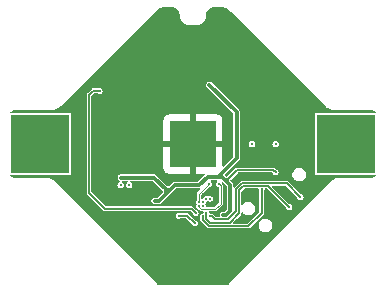
<source format=gbr>
%TF.GenerationSoftware,KiCad,Pcbnew,8.99.0-unknown-77b1d367df~178~ubuntu23.10.1*%
%TF.CreationDate,2024-10-31T14:46:16-04:00*%
%TF.ProjectId,nRF54L15_nPM2100_CR2032,6e524635-344c-4313-955f-6e504d323130,rev?*%
%TF.SameCoordinates,Original*%
%TF.FileFunction,Copper,L4,Bot*%
%TF.FilePolarity,Positive*%
%FSLAX46Y46*%
G04 Gerber Fmt 4.6, Leading zero omitted, Abs format (unit mm)*
G04 Created by KiCad (PCBNEW 8.99.0-unknown-77b1d367df~178~ubuntu23.10.1) date 2024-10-31 14:46:16*
%MOMM*%
%LPD*%
G01*
G04 APERTURE LIST*
%TA.AperFunction,SMDPad,CuDef*%
%ADD10R,5.000000X5.000000*%
%TD*%
%TA.AperFunction,SMDPad,CuDef*%
%ADD11R,4.000000X4.000000*%
%TD*%
%TA.AperFunction,ViaPad*%
%ADD12C,0.250000*%
%TD*%
%TA.AperFunction,ViaPad*%
%ADD13C,0.300000*%
%TD*%
%TA.AperFunction,ViaPad*%
%ADD14C,0.600000*%
%TD*%
%TA.AperFunction,Conductor*%
%ADD15C,0.150000*%
%TD*%
%TA.AperFunction,Conductor*%
%ADD16C,0.300000*%
%TD*%
%TA.AperFunction,Conductor*%
%ADD17C,0.100000*%
%TD*%
G04 APERTURE END LIST*
D10*
%TO.P,BT1,1,+*%
%TO.N,Net-(BT1-+)*%
X202950000Y-55000000D03*
X177050000Y-55000000D03*
D11*
%TO.P,BT1,2,-*%
%TO.N,GND*%
X190000000Y-55000000D03*
%TD*%
D12*
%TO.N,GND*%
X190270000Y-63570000D03*
X189860000Y-58113800D03*
X186870000Y-61660000D03*
X186760000Y-59183800D03*
D13*
X182100000Y-51510000D03*
D12*
X185800000Y-60788800D03*
X192670000Y-58650000D03*
X193930000Y-61520000D03*
X186040000Y-61783800D03*
X194560000Y-61330000D03*
X190270000Y-65370000D03*
X189130000Y-59673800D03*
X190870000Y-59260000D03*
X188440000Y-61713800D03*
X188650000Y-62950000D03*
X189130000Y-61713800D03*
X194440000Y-59080000D03*
X188160000Y-62370000D03*
X185360000Y-59908800D03*
X195380000Y-59370000D03*
X190530000Y-61130000D03*
D13*
X183662500Y-51950000D03*
D12*
X189860000Y-58813800D03*
D14*
X190000000Y-55000000D03*
D12*
X192530000Y-60363800D03*
X185320000Y-58513800D03*
X192050000Y-59590000D03*
X190530000Y-61430000D03*
X187730000Y-61703800D03*
X185360000Y-59468800D03*
%TO.N,Net-(U1-DECA)*%
X190150000Y-61720000D03*
X188780000Y-61073800D03*
D14*
%TO.N,Net-(BT1-+)*%
X177050000Y-55000000D03*
D13*
%TO.N,VDD*%
X190500000Y-58460000D03*
X186760000Y-59823800D03*
D12*
X197000000Y-57400000D03*
D13*
X183890000Y-57850000D03*
X184590000Y-57850000D03*
X192530000Y-61003800D03*
X191400000Y-50000000D03*
D12*
%TO.N,Net-(J1-SWDIO)*%
X191430000Y-61130000D03*
D13*
X199080000Y-59480000D03*
%TO.N,Net-(J1-SWCLK)*%
X198140000Y-60340000D03*
D12*
X191130000Y-60830000D03*
%TO.N,Net-(J1-~{RESET})*%
X195810000Y-58850000D03*
X190830803Y-61130000D03*
%TO.N,Net-(U1-P1.00)*%
X192192500Y-58363800D03*
X190530000Y-60230803D03*
%TO.N,Net-(U1-P1.01)*%
X190530000Y-59930000D03*
X191367500Y-58363800D03*
%TO.N,/SDA*%
X190830801Y-59929168D03*
D13*
X183890000Y-58490000D03*
D12*
%TO.N,/SCL*%
X190830801Y-60229970D03*
D13*
X184590000Y-58490000D03*
D12*
%TO.N,/UART_TX*%
X191130000Y-59630000D03*
D13*
X195000000Y-55000000D03*
%TO.N,/UART_RX*%
X197000000Y-55000000D03*
D12*
X191430803Y-59630000D03*
%TO.N,/LED*%
X190230000Y-60830000D03*
X182100000Y-50490000D03*
%TD*%
D15*
%TO.N,Net-(U1-DECA)*%
X189503800Y-61073800D02*
X188780000Y-61073800D01*
X190150000Y-61720000D02*
X189503800Y-61073800D01*
%TO.N,VDD*%
X197000000Y-57400000D02*
X196810000Y-57210000D01*
D16*
X192665000Y-57995000D02*
X192805000Y-58135000D01*
X187695000Y-58815000D02*
X187900000Y-59020000D01*
X190550000Y-58460000D02*
X191240000Y-57770000D01*
X187900000Y-59030000D02*
X188075000Y-58855000D01*
X191240000Y-57770000D02*
X192100000Y-57770000D01*
X187735000Y-58855000D02*
X188075000Y-58855000D01*
X193700000Y-56200000D02*
X192400000Y-57500000D01*
D15*
X192975000Y-57965000D02*
X192975000Y-58305000D01*
D16*
X186760000Y-59823800D02*
X187106200Y-59823800D01*
X192400000Y-57770000D02*
X192440000Y-57770000D01*
X187735000Y-59195000D02*
X187730000Y-59200000D01*
X187735000Y-58855000D02*
X187735000Y-59195000D01*
X183890000Y-57850000D02*
X184590000Y-57850000D01*
X190500000Y-58460000D02*
X190550000Y-58460000D01*
X192100000Y-57770000D02*
X192130000Y-57770000D01*
X192816200Y-61003800D02*
X192530000Y-61003800D01*
X192100000Y-57770000D02*
X192400000Y-57770000D01*
X187695000Y-58815000D02*
X187735000Y-58855000D01*
X192130000Y-57770000D02*
X192400000Y-57500000D01*
X187730000Y-59200000D02*
X187900000Y-59030000D01*
X188075000Y-58855000D02*
X188470000Y-58460000D01*
X193140000Y-58470000D02*
X193140000Y-60680000D01*
X187106200Y-59823800D02*
X187730000Y-59200000D01*
D15*
X193730000Y-57210000D02*
X192975000Y-57965000D01*
X192975000Y-58305000D02*
X192980000Y-58310000D01*
X192945000Y-57995000D02*
X192665000Y-57995000D01*
D16*
X188470000Y-58460000D02*
X190500000Y-58460000D01*
D15*
X196810000Y-57210000D02*
X193730000Y-57210000D01*
X192975000Y-57965000D02*
X192805000Y-58135000D01*
D16*
X187900000Y-59020000D02*
X187900000Y-59030000D01*
X192400000Y-57500000D02*
X192400000Y-57770000D01*
X193140000Y-60680000D02*
X192816200Y-61003800D01*
D15*
X192975000Y-57965000D02*
X192945000Y-57995000D01*
D16*
X191400000Y-50000000D02*
X193700000Y-52300000D01*
X192805000Y-58135000D02*
X192980000Y-58310000D01*
X192440000Y-57770000D02*
X192665000Y-57995000D01*
X184590000Y-57850000D02*
X186730000Y-57850000D01*
X186730000Y-57850000D02*
X187695000Y-58815000D01*
X193700000Y-52300000D02*
X193700000Y-56200000D01*
X192980000Y-58310000D02*
X193140000Y-58470000D01*
D15*
%TO.N,Net-(J1-SWDIO)*%
X191430000Y-61130000D02*
X191590000Y-61130000D01*
X191850000Y-61390000D02*
X192970000Y-61390000D01*
X197930000Y-58330000D02*
X199080000Y-59480000D01*
X194160000Y-58330000D02*
X197930000Y-58330000D01*
X193670000Y-58820000D02*
X194160000Y-58330000D01*
X193670000Y-60690000D02*
X193670000Y-58820000D01*
X191590000Y-61130000D02*
X191850000Y-61390000D01*
X192970000Y-61390000D02*
X193670000Y-60690000D01*
%TO.N,Net-(J1-SWCLK)*%
X191420000Y-61650000D02*
X191130000Y-61360000D01*
X193900000Y-60870000D02*
X193120000Y-61650000D01*
X198140000Y-60340000D02*
X196360000Y-58560000D01*
X196360000Y-58560000D02*
X194260000Y-58560000D01*
X194260000Y-58560000D02*
X193900000Y-58920000D01*
X193900000Y-58920000D02*
X193900000Y-60870000D01*
X191130000Y-61360000D02*
X191130000Y-60830000D01*
X193120000Y-61650000D02*
X191420000Y-61650000D01*
%TO.N,Net-(J1-~{RESET})*%
X191350000Y-61950000D02*
X194690000Y-61950000D01*
X190830803Y-61130000D02*
X190830803Y-61430803D01*
X194690000Y-61950000D02*
X195810000Y-60830000D01*
X195810000Y-60830000D02*
X195810000Y-58850000D01*
X190830803Y-61430803D02*
X191350000Y-61950000D01*
D17*
%TO.N,Net-(U1-P1.00)*%
X190530000Y-60350000D02*
X190660000Y-60480000D01*
X192340000Y-60040000D02*
X192340000Y-58511300D01*
X190530000Y-60230803D02*
X190530000Y-60350000D01*
X190660000Y-60480000D02*
X191900000Y-60480000D01*
X191900000Y-60480000D02*
X192340000Y-60040000D01*
X192340000Y-58511300D02*
X192192500Y-58363800D01*
%TO.N,Net-(U1-P1.01)*%
X190530000Y-59201300D02*
X191367500Y-58363800D01*
X190530000Y-59930000D02*
X190530000Y-59201300D01*
D15*
%TO.N,/LED*%
X181200000Y-50830000D02*
X181540000Y-50490000D01*
X181200000Y-59160000D02*
X181200000Y-50830000D01*
X182520000Y-60480000D02*
X181200000Y-59160000D01*
X190230000Y-60830000D02*
X189880000Y-60480000D01*
X181540000Y-50490000D02*
X182100000Y-50490000D01*
X189880000Y-60480000D02*
X182520000Y-60480000D01*
%TD*%
%TA.AperFunction,Conductor*%
%TO.N,GND*%
G36*
X195538507Y-58780513D02*
G01*
X195556520Y-58824000D01*
X195555338Y-58835998D01*
X195552553Y-58849998D01*
X195552553Y-58850001D01*
X195572149Y-58948520D01*
X195572150Y-58948521D01*
X195597102Y-58985865D01*
X195597135Y-58985913D01*
X195607500Y-59020081D01*
X195607500Y-60720648D01*
X195589487Y-60764135D01*
X194624135Y-61729487D01*
X194580648Y-61747500D01*
X193457352Y-61747500D01*
X193413865Y-61729487D01*
X193395852Y-61686000D01*
X193413865Y-61642513D01*
X193688528Y-61367850D01*
X194071672Y-60984707D01*
X194095367Y-60927500D01*
X194102500Y-60910280D01*
X194102500Y-60841317D01*
X194120513Y-60797830D01*
X194164000Y-60779817D01*
X194207487Y-60797830D01*
X194217259Y-60810565D01*
X194227814Y-60828847D01*
X194334312Y-60935345D01*
X194464744Y-61010650D01*
X194464748Y-61010651D01*
X194610221Y-61049631D01*
X194610223Y-61049631D01*
X194760834Y-61049631D01*
X194841266Y-61028079D01*
X194906312Y-61010650D01*
X195036744Y-60935345D01*
X195143242Y-60828847D01*
X195218547Y-60698415D01*
X195243277Y-60606122D01*
X195257528Y-60552938D01*
X195257528Y-60402323D01*
X195218548Y-60256851D01*
X195218547Y-60256847D01*
X195143242Y-60126415D01*
X195036744Y-60019917D01*
X194906312Y-59944612D01*
X194906309Y-59944611D01*
X194906307Y-59944610D01*
X194760835Y-59905631D01*
X194760833Y-59905631D01*
X194610223Y-59905631D01*
X194610221Y-59905631D01*
X194464748Y-59944610D01*
X194464744Y-59944612D01*
X194334313Y-60019916D01*
X194334308Y-60019920D01*
X194227817Y-60126411D01*
X194227809Y-60126421D01*
X194217260Y-60144694D01*
X194179917Y-60173348D01*
X194133250Y-60167204D01*
X194104596Y-60129861D01*
X194102500Y-60113944D01*
X194102500Y-59029352D01*
X194120513Y-58985865D01*
X194325865Y-58780513D01*
X194369352Y-58762500D01*
X195495020Y-58762500D01*
X195538507Y-58780513D01*
G37*
%TD.AperFunction*%
%TA.AperFunction,Conductor*%
G36*
X192536458Y-58260574D02*
G01*
X192545777Y-58268222D01*
X192582944Y-58305389D01*
X192757942Y-58480387D01*
X192757944Y-58480389D01*
X192810055Y-58532500D01*
X192844487Y-58566931D01*
X192862500Y-58610418D01*
X192862500Y-60539581D01*
X192844487Y-60583068D01*
X192719268Y-60708287D01*
X192675781Y-60726300D01*
X192481067Y-60726300D01*
X192448988Y-60737974D01*
X192443878Y-60739585D01*
X192422893Y-60745209D01*
X192422887Y-60745211D01*
X192416928Y-60748651D01*
X192407227Y-60753174D01*
X192389112Y-60759769D01*
X192389110Y-60759770D01*
X192374348Y-60772156D01*
X192365573Y-60778300D01*
X192359616Y-60781739D01*
X192359610Y-60781744D01*
X192344236Y-60797117D01*
X192340284Y-60800738D01*
X192314144Y-60822673D01*
X192314142Y-60822675D01*
X192307943Y-60833410D01*
X192307944Y-60833411D01*
X192303328Y-60841407D01*
X192303326Y-60841409D01*
X192265213Y-60907420D01*
X192265211Y-60907425D01*
X192259282Y-60941045D01*
X192258123Y-60946276D01*
X192252500Y-60967267D01*
X192252500Y-60974138D01*
X192251566Y-60984816D01*
X192248219Y-61003800D01*
X192251566Y-61022781D01*
X192252500Y-61033460D01*
X192252500Y-61040337D01*
X192258122Y-61061322D01*
X192259282Y-61066554D01*
X192265212Y-61100176D01*
X192266956Y-61104969D01*
X192264900Y-61151994D01*
X192230195Y-61183792D01*
X192209164Y-61187500D01*
X191959353Y-61187500D01*
X191915866Y-61169487D01*
X191704705Y-60958327D01*
X191630285Y-60927501D01*
X191630280Y-60927500D01*
X191630279Y-60927500D01*
X191600083Y-60927500D01*
X191565916Y-60917136D01*
X191528519Y-60892148D01*
X191434810Y-60873509D01*
X191395673Y-60847359D01*
X191386490Y-60825189D01*
X191367755Y-60730998D01*
X191376938Y-60684832D01*
X191416075Y-60658682D01*
X191428073Y-60657500D01*
X191935305Y-60657500D01*
X191935307Y-60657500D01*
X191981437Y-60638391D01*
X192000546Y-60630477D01*
X192490477Y-60140546D01*
X192504165Y-60107500D01*
X192517500Y-60075307D01*
X192517500Y-58475993D01*
X192511837Y-58462321D01*
X192490478Y-58410755D01*
X192464733Y-58385010D01*
X192447902Y-58353520D01*
X192441972Y-58323706D01*
X192451155Y-58277541D01*
X192490293Y-58251391D01*
X192536458Y-58260574D01*
G37*
%TD.AperFunction*%
%TA.AperFunction,Conductor*%
G36*
X192052136Y-58065513D02*
G01*
X192070149Y-58109000D01*
X192052136Y-58152487D01*
X192042818Y-58160134D01*
X192036304Y-58164487D01*
X192010456Y-58181757D01*
X191954649Y-58265279D01*
X191935053Y-58363798D01*
X191935053Y-58363801D01*
X191954649Y-58462320D01*
X191973144Y-58490000D01*
X192010457Y-58545843D01*
X192093978Y-58601649D01*
X192093979Y-58601650D01*
X192112998Y-58605433D01*
X192152135Y-58631582D01*
X192162500Y-58665751D01*
X192162500Y-59941003D01*
X192144487Y-59984490D01*
X191844490Y-60284487D01*
X191801003Y-60302500D01*
X191148759Y-60302500D01*
X191105272Y-60284487D01*
X191087259Y-60241000D01*
X191088248Y-60230954D01*
X191088248Y-60229968D01*
X191068652Y-60131451D01*
X191065287Y-60126415D01*
X191056815Y-60113736D01*
X191047632Y-60067572D01*
X191056814Y-60045403D01*
X191068651Y-60027689D01*
X191070197Y-60019920D01*
X191087152Y-59934678D01*
X191113302Y-59895541D01*
X191135471Y-59886358D01*
X191194532Y-59874610D01*
X191228517Y-59867851D01*
X191228517Y-59867850D01*
X191228521Y-59867850D01*
X191246233Y-59856014D01*
X191292397Y-59846830D01*
X191314570Y-59856015D01*
X191332282Y-59867850D01*
X191430802Y-59887447D01*
X191430803Y-59887447D01*
X191430804Y-59887447D01*
X191480063Y-59877648D01*
X191529324Y-59867850D01*
X191612846Y-59812043D01*
X191668653Y-59728521D01*
X191683593Y-59653411D01*
X191688250Y-59630001D01*
X191688250Y-59629998D01*
X191668653Y-59531479D01*
X191666520Y-59528287D01*
X191612846Y-59447957D01*
X191529324Y-59392150D01*
X191529323Y-59392149D01*
X191430804Y-59372553D01*
X191430802Y-59372553D01*
X191332282Y-59392149D01*
X191332280Y-59392150D01*
X191314567Y-59403985D01*
X191268401Y-59413167D01*
X191246234Y-59403985D01*
X191236487Y-59397472D01*
X191228521Y-59392150D01*
X191228520Y-59392149D01*
X191228519Y-59392149D01*
X191130001Y-59372553D01*
X191129999Y-59372553D01*
X191031479Y-59392149D01*
X190947957Y-59447957D01*
X190892149Y-59531479D01*
X190873648Y-59624489D01*
X190847497Y-59663627D01*
X190825327Y-59672809D01*
X190780997Y-59681626D01*
X190734832Y-59672443D01*
X190708682Y-59633305D01*
X190707500Y-59621308D01*
X190707500Y-59300296D01*
X190725512Y-59256810D01*
X191346289Y-58636032D01*
X191377776Y-58619203D01*
X191421941Y-58610418D01*
X191466021Y-58601650D01*
X191549543Y-58545843D01*
X191605350Y-58462321D01*
X191615607Y-58410754D01*
X191624947Y-58363801D01*
X191624947Y-58363798D01*
X191605350Y-58265279D01*
X191549543Y-58181757D01*
X191548847Y-58181292D01*
X191517183Y-58160135D01*
X191491033Y-58120998D01*
X191500215Y-58074833D01*
X191539353Y-58048682D01*
X191551351Y-58047500D01*
X192008649Y-58047500D01*
X192052136Y-58065513D01*
G37*
%TD.AperFunction*%
%TA.AperFunction,Conductor*%
G36*
X188253435Y-43420780D02*
G01*
X188381632Y-43435224D01*
X188395058Y-43438288D01*
X188421480Y-43447533D01*
X188513558Y-43479753D01*
X188525954Y-43485722D01*
X188632259Y-43552517D01*
X188643026Y-43561104D01*
X188731795Y-43649872D01*
X188740381Y-43660639D01*
X188807170Y-43766931D01*
X188813145Y-43779337D01*
X188815804Y-43786936D01*
X188854609Y-43897835D01*
X188857673Y-43911260D01*
X188872113Y-44039396D01*
X188872500Y-44046283D01*
X188872500Y-44136429D01*
X188906220Y-44305950D01*
X188906222Y-44305958D01*
X188972370Y-44465654D01*
X188972374Y-44465661D01*
X189068395Y-44609367D01*
X189068400Y-44609373D01*
X189190626Y-44731599D01*
X189190632Y-44731604D01*
X189334338Y-44827625D01*
X189334345Y-44827629D01*
X189334348Y-44827631D01*
X189494043Y-44893778D01*
X189663570Y-44927499D01*
X189663571Y-44927500D01*
X189663574Y-44927500D01*
X190336429Y-44927500D01*
X190336429Y-44927499D01*
X190505957Y-44893778D01*
X190665652Y-44827631D01*
X190809374Y-44731599D01*
X190931599Y-44609374D01*
X191027631Y-44465652D01*
X191093778Y-44305957D01*
X191127499Y-44136429D01*
X191127500Y-44136429D01*
X191127500Y-44046343D01*
X191127887Y-44039457D01*
X191129978Y-44020899D01*
X191142332Y-43911258D01*
X191145393Y-43897844D01*
X191186864Y-43779333D01*
X191192833Y-43766939D01*
X191259628Y-43660637D01*
X191268205Y-43649881D01*
X191356984Y-43561104D01*
X191367740Y-43552525D01*
X191474054Y-43485725D01*
X191486440Y-43479760D01*
X191604943Y-43438294D01*
X191618369Y-43435231D01*
X191746630Y-43420780D01*
X191753516Y-43420393D01*
X191779101Y-43420393D01*
X192435366Y-43420393D01*
X192435368Y-43420394D01*
X192462047Y-43420393D01*
X192466871Y-43420582D01*
X192596133Y-43430752D01*
X192605658Y-43432261D01*
X192729376Y-43461964D01*
X192738542Y-43464942D01*
X192856092Y-43513639D01*
X192864687Y-43518019D01*
X192973156Y-43584499D01*
X192980965Y-43590173D01*
X193079861Y-43674655D01*
X193083407Y-43677934D01*
X193107505Y-43702038D01*
X193107536Y-43702062D01*
X201224906Y-51819432D01*
X201225116Y-51819603D01*
X201265494Y-51859986D01*
X201371073Y-51936703D01*
X201409054Y-51964302D01*
X201409066Y-51964310D01*
X201409068Y-51964311D01*
X201409073Y-51964314D01*
X201567194Y-52044888D01*
X201567198Y-52044889D01*
X201735977Y-52099734D01*
X201911264Y-52127499D01*
X201962404Y-52127499D01*
X201962408Y-52127500D01*
X201974639Y-52127500D01*
X202000000Y-52127500D01*
X202029101Y-52127500D01*
X204970899Y-52127500D01*
X204996977Y-52127500D01*
X205003005Y-52127796D01*
X205164190Y-52143671D01*
X205176010Y-52146022D01*
X205328098Y-52192157D01*
X205339229Y-52196768D01*
X205428898Y-52244697D01*
X205451469Y-52256762D01*
X205481330Y-52293148D01*
X205476716Y-52339991D01*
X205440330Y-52369852D01*
X205422478Y-52372500D01*
X200437441Y-52372500D01*
X200400252Y-52379898D01*
X200358078Y-52408078D01*
X200329898Y-52450252D01*
X200326399Y-52467844D01*
X200322500Y-52487442D01*
X200322500Y-57512558D01*
X200329898Y-57549748D01*
X200358078Y-57591922D01*
X200400252Y-57620102D01*
X200431270Y-57626272D01*
X200437441Y-57627500D01*
X205422478Y-57627500D01*
X205465965Y-57645513D01*
X205483978Y-57689000D01*
X205465965Y-57732487D01*
X205451469Y-57743238D01*
X205339233Y-57803229D01*
X205328094Y-57807843D01*
X205176012Y-57853976D01*
X205164188Y-57856328D01*
X205003005Y-57872204D01*
X204996977Y-57872500D01*
X202383067Y-57872500D01*
X202382676Y-57872537D01*
X202325474Y-57872537D01*
X202150201Y-57900293D01*
X201981416Y-57955127D01*
X201981409Y-57955130D01*
X201823290Y-58035685D01*
X201679708Y-58139989D01*
X201679699Y-58139996D01*
X201638397Y-58181292D01*
X201638373Y-58181313D01*
X201618282Y-58201406D01*
X201618281Y-58201407D01*
X201616958Y-58202730D01*
X201598715Y-58220968D01*
X201592880Y-58226803D01*
X201592865Y-58226821D01*
X193223314Y-66596373D01*
X193223310Y-66596375D01*
X193220754Y-66598932D01*
X193220731Y-66598941D01*
X193139982Y-66679693D01*
X193035669Y-66823272D01*
X193035667Y-66823275D01*
X192988209Y-66916420D01*
X192952417Y-66946990D01*
X192933412Y-66950000D01*
X187066557Y-66950000D01*
X187023070Y-66931987D01*
X187011759Y-66916417D01*
X186964316Y-66823292D01*
X186955332Y-66810925D01*
X186860010Y-66679707D01*
X186838292Y-66657986D01*
X186821108Y-66640799D01*
X186821096Y-66640784D01*
X186794932Y-66614620D01*
X186772563Y-66592246D01*
X186772534Y-66592222D01*
X181254110Y-61073798D01*
X188522553Y-61073798D01*
X188522553Y-61073801D01*
X188542149Y-61172320D01*
X188552292Y-61187500D01*
X188597957Y-61255843D01*
X188664165Y-61300081D01*
X188681479Y-61311650D01*
X188779999Y-61331247D01*
X188780000Y-61331247D01*
X188780001Y-61331247D01*
X188812840Y-61324714D01*
X188878521Y-61311650D01*
X188915916Y-61286664D01*
X188950083Y-61276300D01*
X189394448Y-61276300D01*
X189437935Y-61294313D01*
X189886544Y-61742923D01*
X189903375Y-61774410D01*
X189912150Y-61818522D01*
X189925943Y-61839164D01*
X189967957Y-61902043D01*
X190051479Y-61957850D01*
X190149999Y-61977447D01*
X190150000Y-61977447D01*
X190150001Y-61977447D01*
X190199260Y-61967648D01*
X190248521Y-61957850D01*
X190332043Y-61902043D01*
X190387850Y-61818521D01*
X190407447Y-61720000D01*
X190402213Y-61693688D01*
X190387850Y-61621479D01*
X190332043Y-61537957D01*
X190290282Y-61510053D01*
X190248522Y-61482150D01*
X190204410Y-61473375D01*
X190172923Y-61456544D01*
X189618505Y-60902127D01*
X189544085Y-60871301D01*
X189544080Y-60871300D01*
X189544079Y-60871300D01*
X188950083Y-60871300D01*
X188915916Y-60860936D01*
X188886553Y-60841317D01*
X188878521Y-60835950D01*
X188878520Y-60835949D01*
X188878519Y-60835949D01*
X188780001Y-60816353D01*
X188779999Y-60816353D01*
X188681479Y-60835949D01*
X188597957Y-60891757D01*
X188542149Y-60975279D01*
X188522553Y-61073798D01*
X181254110Y-61073798D01*
X178412277Y-58231965D01*
X178412273Y-58231959D01*
X178401068Y-58220754D01*
X178401058Y-58220731D01*
X178320306Y-58139982D01*
X178240004Y-58081641D01*
X178176728Y-58035669D01*
X178176725Y-58035667D01*
X178018593Y-57955098D01*
X177849811Y-57900260D01*
X177719737Y-57879660D01*
X177674521Y-57872499D01*
X177674520Y-57872499D01*
X177585784Y-57872500D01*
X175003023Y-57872500D01*
X174996995Y-57872204D01*
X174835811Y-57856328D01*
X174823987Y-57853976D01*
X174671905Y-57807843D01*
X174660766Y-57803229D01*
X174548531Y-57743238D01*
X174518670Y-57706852D01*
X174523284Y-57660009D01*
X174559670Y-57630148D01*
X174577522Y-57627500D01*
X179562559Y-57627500D01*
X179567851Y-57626447D01*
X179599748Y-57620102D01*
X179641922Y-57591922D01*
X179670102Y-57549748D01*
X179677500Y-57512558D01*
X179677500Y-52487442D01*
X179670102Y-52450252D01*
X179641922Y-52408078D01*
X179599748Y-52379898D01*
X179581153Y-52376199D01*
X179562559Y-52372500D01*
X179562558Y-52372500D01*
X174577522Y-52372500D01*
X174534035Y-52354487D01*
X174516022Y-52311000D01*
X174534035Y-52267513D01*
X174548531Y-52256762D01*
X174558942Y-52251196D01*
X174660773Y-52196766D01*
X174671897Y-52192159D01*
X174823991Y-52146022D01*
X174835807Y-52143671D01*
X174996995Y-52127796D01*
X175003023Y-52127500D01*
X175029101Y-52127500D01*
X177963739Y-52127500D01*
X177963773Y-52127503D01*
X177970910Y-52127502D01*
X177970912Y-52127503D01*
X178000013Y-52127500D01*
X178025361Y-52127500D01*
X178031714Y-52127500D01*
X178031902Y-52127479D01*
X178088744Y-52127476D01*
X178264020Y-52099706D01*
X178432797Y-52044866D01*
X178590920Y-51964307D01*
X178734500Y-51860011D01*
X178774665Y-51819854D01*
X178774691Y-51819834D01*
X178779328Y-51815196D01*
X178779330Y-51815196D01*
X178797290Y-51797236D01*
X178817831Y-51776701D01*
X178817831Y-51776700D01*
X178823206Y-51771327D01*
X178823234Y-51771290D01*
X179804804Y-50789720D01*
X180997500Y-50789720D01*
X180997500Y-59200279D01*
X180997501Y-59200285D01*
X181028327Y-59274705D01*
X182405294Y-60651672D01*
X182479714Y-60682498D01*
X182479717Y-60682499D01*
X182479720Y-60682500D01*
X189770648Y-60682500D01*
X189814134Y-60700512D01*
X189891921Y-60778300D01*
X189966544Y-60852923D01*
X189983375Y-60884410D01*
X189992150Y-60928522D01*
X190012067Y-60958329D01*
X190047957Y-61012043D01*
X190121709Y-61061322D01*
X190131479Y-61067850D01*
X190229999Y-61087447D01*
X190230000Y-61087447D01*
X190230001Y-61087447D01*
X190298618Y-61073798D01*
X190328521Y-61067850D01*
X190412043Y-61012043D01*
X190467850Y-60928521D01*
X190480586Y-60864492D01*
X190487447Y-60830001D01*
X190487447Y-60829998D01*
X190467850Y-60731479D01*
X190426913Y-60670212D01*
X190421437Y-60642686D01*
X190389787Y-60633086D01*
X190328522Y-60592150D01*
X190284410Y-60583375D01*
X190252923Y-60566544D01*
X189994705Y-60308327D01*
X189920285Y-60277501D01*
X189920280Y-60277500D01*
X189920279Y-60277500D01*
X182629352Y-60277500D01*
X182585865Y-60259487D01*
X181420513Y-59094135D01*
X181402500Y-59050648D01*
X181402500Y-57849999D01*
X183608219Y-57849999D01*
X183611566Y-57868981D01*
X183612500Y-57879660D01*
X183612500Y-57886537D01*
X183618122Y-57907522D01*
X183619282Y-57912754D01*
X183625211Y-57946374D01*
X183625212Y-57946376D01*
X183674143Y-58031125D01*
X183700285Y-58053061D01*
X183704240Y-58056685D01*
X183719611Y-58072056D01*
X183719614Y-58072058D01*
X183719617Y-58072060D01*
X183725563Y-58075493D01*
X183734344Y-58081641D01*
X183749107Y-58094028D01*
X183749109Y-58094030D01*
X183767226Y-58100623D01*
X183776935Y-58105151D01*
X183782889Y-58108589D01*
X183792428Y-58111145D01*
X183829771Y-58139797D01*
X183835917Y-58186464D01*
X183807264Y-58223808D01*
X183797547Y-58228340D01*
X183749111Y-58245969D01*
X183674140Y-58308877D01*
X183625213Y-58393621D01*
X183625213Y-58393622D01*
X183625212Y-58393623D01*
X183625212Y-58393625D01*
X183608219Y-58490000D01*
X183625212Y-58586375D01*
X183625212Y-58586376D01*
X183625213Y-58586377D01*
X183625213Y-58586378D01*
X183674141Y-58671123D01*
X183674142Y-58671124D01*
X183674143Y-58671125D01*
X183749109Y-58734030D01*
X183841069Y-58767500D01*
X183938931Y-58767500D01*
X184030891Y-58734030D01*
X184105857Y-58671125D01*
X184154788Y-58586375D01*
X184171781Y-58490000D01*
X184154788Y-58393625D01*
X184137569Y-58363801D01*
X184105858Y-58308876D01*
X184105857Y-58308875D01*
X184030889Y-58245968D01*
X184026231Y-58243279D01*
X184027297Y-58241430D01*
X183998444Y-58214993D01*
X183996389Y-58167968D01*
X184028188Y-58133263D01*
X184054181Y-58127500D01*
X184425820Y-58127500D01*
X184469307Y-58145513D01*
X184487320Y-58189000D01*
X184469307Y-58232487D01*
X184453392Y-58242625D01*
X184453770Y-58243279D01*
X184449114Y-58245966D01*
X184374140Y-58308877D01*
X184325213Y-58393621D01*
X184325213Y-58393622D01*
X184325212Y-58393623D01*
X184325212Y-58393625D01*
X184308219Y-58490000D01*
X184325212Y-58586375D01*
X184325212Y-58586376D01*
X184325213Y-58586377D01*
X184325213Y-58586378D01*
X184374141Y-58671123D01*
X184374142Y-58671124D01*
X184374143Y-58671125D01*
X184449109Y-58734030D01*
X184541069Y-58767500D01*
X184638931Y-58767500D01*
X184730891Y-58734030D01*
X184805857Y-58671125D01*
X184854788Y-58586375D01*
X184871781Y-58490000D01*
X184854788Y-58393625D01*
X184837569Y-58363801D01*
X184805858Y-58308876D01*
X184805857Y-58308875D01*
X184730889Y-58245968D01*
X184726231Y-58243279D01*
X184727297Y-58241430D01*
X184698444Y-58214993D01*
X184696389Y-58167968D01*
X184728188Y-58133263D01*
X184754181Y-58127500D01*
X186589581Y-58127500D01*
X186633068Y-58145513D01*
X187439487Y-58951932D01*
X187457500Y-58995419D01*
X187457500Y-59054581D01*
X187439487Y-59098068D01*
X187009268Y-59528287D01*
X186965781Y-59546300D01*
X186711067Y-59546300D01*
X186678988Y-59557974D01*
X186673878Y-59559585D01*
X186652893Y-59565209D01*
X186652887Y-59565211D01*
X186646928Y-59568651D01*
X186637227Y-59573174D01*
X186619112Y-59579769D01*
X186619110Y-59579770D01*
X186604348Y-59592156D01*
X186595573Y-59598300D01*
X186589616Y-59601739D01*
X186589610Y-59601744D01*
X186574236Y-59617117D01*
X186570284Y-59620738D01*
X186544144Y-59642673D01*
X186544142Y-59642675D01*
X186537943Y-59653410D01*
X186537944Y-59653411D01*
X186533328Y-59661407D01*
X186533326Y-59661409D01*
X186495213Y-59727420D01*
X186495211Y-59727425D01*
X186489282Y-59761045D01*
X186488123Y-59766276D01*
X186482500Y-59787267D01*
X186482500Y-59794138D01*
X186481566Y-59804816D01*
X186478219Y-59823799D01*
X186481566Y-59842781D01*
X186482500Y-59853460D01*
X186482500Y-59860337D01*
X186488122Y-59881322D01*
X186489282Y-59886554D01*
X186495211Y-59920172D01*
X186495212Y-59920176D01*
X186501408Y-59930905D01*
X186501409Y-59930911D01*
X186501411Y-59930911D01*
X186537229Y-59992952D01*
X186544142Y-60004925D01*
X186570285Y-60026861D01*
X186574241Y-60030486D01*
X186589611Y-60045856D01*
X186589614Y-60045858D01*
X186589617Y-60045860D01*
X186595563Y-60049293D01*
X186604344Y-60055441D01*
X186619107Y-60067828D01*
X186619109Y-60067830D01*
X186637226Y-60074423D01*
X186646935Y-60078951D01*
X186652889Y-60082389D01*
X186673892Y-60088016D01*
X186678988Y-60089623D01*
X186711069Y-60101300D01*
X186723466Y-60101300D01*
X187065887Y-60101300D01*
X187065903Y-60101301D01*
X187069666Y-60101301D01*
X187142735Y-60101301D01*
X187192330Y-60088011D01*
X187213311Y-60082389D01*
X187276589Y-60045856D01*
X187895325Y-59427117D01*
X187895330Y-59427114D01*
X187900387Y-59422056D01*
X187900389Y-59422056D01*
X188066883Y-59255560D01*
X188066890Y-59255555D01*
X188086476Y-59235969D01*
X188241883Y-59080560D01*
X188241890Y-59080555D01*
X188566931Y-58755513D01*
X188610418Y-58737500D01*
X190451069Y-58737500D01*
X190463466Y-58737500D01*
X190509687Y-58737500D01*
X190509703Y-58737501D01*
X190513466Y-58737501D01*
X190586528Y-58737501D01*
X190586534Y-58737501D01*
X190586539Y-58737499D01*
X190586831Y-58737461D01*
X190586980Y-58737501D01*
X190590565Y-58737501D01*
X190590565Y-58738460D01*
X190632299Y-58749637D01*
X190655840Y-58790398D01*
X190643664Y-58835866D01*
X190638354Y-58841921D01*
X190379522Y-59100754D01*
X190374841Y-59112056D01*
X190374841Y-59112058D01*
X190352500Y-59165989D01*
X190352500Y-59722501D01*
X190342136Y-59756668D01*
X190292149Y-59831480D01*
X190272553Y-59929998D01*
X190272553Y-59930001D01*
X190292149Y-60028519D01*
X190303985Y-60046234D01*
X190313167Y-60092400D01*
X190303985Y-60114567D01*
X190292150Y-60132280D01*
X190292149Y-60132282D01*
X190272553Y-60230801D01*
X190272553Y-60230804D01*
X190292149Y-60329323D01*
X190292150Y-60329324D01*
X190347957Y-60412846D01*
X190354499Y-60417217D01*
X190377149Y-60444816D01*
X190379523Y-60450546D01*
X190450101Y-60521123D01*
X190467441Y-60538463D01*
X190483421Y-60577043D01*
X190490046Y-60575726D01*
X190521535Y-60592557D01*
X190559455Y-60630477D01*
X190588930Y-60642686D01*
X190624690Y-60657499D01*
X190624691Y-60657499D01*
X190624693Y-60657500D01*
X190831927Y-60657500D01*
X190875414Y-60675513D01*
X190893427Y-60719000D01*
X190892245Y-60730998D01*
X190873476Y-60825355D01*
X190847325Y-60864492D01*
X190825156Y-60873675D01*
X190732282Y-60892149D01*
X190648760Y-60947957D01*
X190592952Y-61031479D01*
X190573356Y-61129998D01*
X190573356Y-61130001D01*
X190592952Y-61228520D01*
X190592953Y-61228521D01*
X190611208Y-61255842D01*
X190617938Y-61265913D01*
X190628303Y-61300081D01*
X190628303Y-61471082D01*
X190628304Y-61471088D01*
X190659130Y-61545508D01*
X191235294Y-62121672D01*
X191309714Y-62152498D01*
X191309717Y-62152499D01*
X191309720Y-62152500D01*
X191309721Y-62152500D01*
X194730279Y-62152500D01*
X194730280Y-62152500D01*
X194730285Y-62152498D01*
X194804705Y-62121672D01*
X194804705Y-62121671D01*
X194804707Y-62121671D01*
X195087214Y-61839164D01*
X195550369Y-61839164D01*
X195550369Y-61989779D01*
X195589348Y-62135251D01*
X195589349Y-62135253D01*
X195589350Y-62135256D01*
X195664655Y-62265688D01*
X195771153Y-62372186D01*
X195901585Y-62447491D01*
X195901589Y-62447492D01*
X196047062Y-62486472D01*
X196047064Y-62486472D01*
X196197675Y-62486472D01*
X196261817Y-62469284D01*
X196343153Y-62447491D01*
X196473585Y-62372186D01*
X196580083Y-62265688D01*
X196655388Y-62135256D01*
X196670513Y-62078808D01*
X196694369Y-61989779D01*
X196694369Y-61839164D01*
X196655389Y-61693692D01*
X196655388Y-61693688D01*
X196580083Y-61563256D01*
X196473585Y-61456758D01*
X196343153Y-61381453D01*
X196343150Y-61381452D01*
X196343148Y-61381451D01*
X196197676Y-61342472D01*
X196197674Y-61342472D01*
X196047064Y-61342472D01*
X196047062Y-61342472D01*
X195901589Y-61381451D01*
X195901585Y-61381453D01*
X195771154Y-61456757D01*
X195771149Y-61456761D01*
X195664658Y-61563252D01*
X195664654Y-61563257D01*
X195589350Y-61693688D01*
X195589348Y-61693692D01*
X195550369Y-61839164D01*
X195087214Y-61839164D01*
X195981671Y-60944707D01*
X195988799Y-60927500D01*
X196012498Y-60870285D01*
X196012500Y-60870279D01*
X196012500Y-59020081D01*
X196022865Y-58985913D01*
X196047850Y-58948521D01*
X196067447Y-58850000D01*
X196064662Y-58835998D01*
X196073844Y-58789833D01*
X196112982Y-58763682D01*
X196124980Y-58762500D01*
X196250648Y-58762500D01*
X196294135Y-58780513D01*
X197845491Y-60331869D01*
X197862569Y-60364675D01*
X197875212Y-60436375D01*
X197875212Y-60436376D01*
X197875213Y-60436377D01*
X197875213Y-60436378D01*
X197924141Y-60521123D01*
X197924142Y-60521124D01*
X197924143Y-60521125D01*
X197999109Y-60584030D01*
X198091069Y-60617500D01*
X198188931Y-60617500D01*
X198280891Y-60584030D01*
X198355857Y-60521125D01*
X198404788Y-60436375D01*
X198421781Y-60340000D01*
X198404788Y-60243625D01*
X198404786Y-60243621D01*
X198355858Y-60158876D01*
X198355857Y-60158875D01*
X198280890Y-60095969D01*
X198188931Y-60062500D01*
X198174352Y-60062500D01*
X198130865Y-60044487D01*
X196723865Y-58637487D01*
X196705852Y-58594000D01*
X196723865Y-58550513D01*
X196767352Y-58532500D01*
X197820648Y-58532500D01*
X197864135Y-58550513D01*
X198785491Y-59471870D01*
X198802569Y-59504676D01*
X198815212Y-59576375D01*
X198815212Y-59576376D01*
X198815213Y-59576377D01*
X198815213Y-59576378D01*
X198864141Y-59661123D01*
X198864142Y-59661124D01*
X198864143Y-59661125D01*
X198939109Y-59724030D01*
X199031069Y-59757500D01*
X199128931Y-59757500D01*
X199220891Y-59724030D01*
X199295857Y-59661125D01*
X199344788Y-59576375D01*
X199361781Y-59480000D01*
X199344788Y-59383625D01*
X199338396Y-59372553D01*
X199295858Y-59298876D01*
X199295857Y-59298875D01*
X199220890Y-59235969D01*
X199128931Y-59202500D01*
X199114353Y-59202500D01*
X199070866Y-59184487D01*
X198044705Y-58158327D01*
X197970285Y-58127501D01*
X197970280Y-58127500D01*
X194119720Y-58127500D01*
X194119719Y-58127500D01*
X194105648Y-58133329D01*
X194045293Y-58158327D01*
X193555293Y-58648329D01*
X193522487Y-58681135D01*
X193479000Y-58699148D01*
X193435513Y-58681135D01*
X193417500Y-58637648D01*
X193417500Y-58433463D01*
X193398590Y-58362893D01*
X193398589Y-58362889D01*
X193362056Y-58299611D01*
X193310389Y-58247944D01*
X193310387Y-58247942D01*
X193195513Y-58133068D01*
X193177500Y-58089581D01*
X193177500Y-58074352D01*
X193195513Y-58030865D01*
X193795865Y-57430513D01*
X193839352Y-57412500D01*
X196694567Y-57412500D01*
X196738054Y-57430513D01*
X196754885Y-57462000D01*
X196762150Y-57498522D01*
X196784623Y-57532155D01*
X196817957Y-57582043D01*
X196886658Y-57627947D01*
X196901479Y-57637850D01*
X196999999Y-57657447D01*
X197000000Y-57657447D01*
X197000001Y-57657447D01*
X197059996Y-57645513D01*
X197098521Y-57637850D01*
X197182043Y-57582043D01*
X197217725Y-57528641D01*
X198424051Y-57528641D01*
X198424051Y-57679256D01*
X198463030Y-57824728D01*
X198463031Y-57824730D01*
X198463032Y-57824733D01*
X198538337Y-57955165D01*
X198644835Y-58061663D01*
X198775267Y-58136968D01*
X198775271Y-58136969D01*
X198920744Y-58175949D01*
X198920746Y-58175949D01*
X199071357Y-58175949D01*
X199158917Y-58152487D01*
X199216835Y-58136968D01*
X199347267Y-58061663D01*
X199453765Y-57955165D01*
X199529070Y-57824733D01*
X199555671Y-57725457D01*
X199568051Y-57679256D01*
X199568051Y-57528641D01*
X199529071Y-57383169D01*
X199529070Y-57383165D01*
X199453765Y-57252733D01*
X199347267Y-57146235D01*
X199216835Y-57070930D01*
X199216832Y-57070929D01*
X199216830Y-57070928D01*
X199071358Y-57031949D01*
X199071356Y-57031949D01*
X198920746Y-57031949D01*
X198920744Y-57031949D01*
X198775271Y-57070928D01*
X198775267Y-57070930D01*
X198644836Y-57146234D01*
X198644831Y-57146238D01*
X198538340Y-57252729D01*
X198538336Y-57252734D01*
X198463032Y-57383165D01*
X198463030Y-57383169D01*
X198424051Y-57528641D01*
X197217725Y-57528641D01*
X197237850Y-57498521D01*
X197257447Y-57400000D01*
X197254098Y-57383165D01*
X197237850Y-57301479D01*
X197232140Y-57292933D01*
X197182043Y-57217957D01*
X197140282Y-57190053D01*
X197098522Y-57162150D01*
X197054410Y-57153375D01*
X197022923Y-57136544D01*
X196924705Y-57038327D01*
X196850285Y-57007501D01*
X196850280Y-57007500D01*
X193770279Y-57007500D01*
X193689720Y-57007500D01*
X193689719Y-57007500D01*
X193689714Y-57007501D01*
X193615294Y-57038327D01*
X192901520Y-57752101D01*
X192858033Y-57770114D01*
X192814546Y-57752101D01*
X192720931Y-57658486D01*
X192702918Y-57614999D01*
X192720930Y-57571513D01*
X193865325Y-56427117D01*
X193865330Y-56427114D01*
X193870387Y-56422056D01*
X193870389Y-56422056D01*
X193922056Y-56370389D01*
X193958589Y-56307111D01*
X193977501Y-56236534D01*
X193977501Y-56163466D01*
X193977501Y-56159704D01*
X193977500Y-56159686D01*
X193977500Y-55000000D01*
X194718219Y-55000000D01*
X194735212Y-55096375D01*
X194735212Y-55096376D01*
X194735213Y-55096377D01*
X194735213Y-55096378D01*
X194784141Y-55181123D01*
X194784142Y-55181124D01*
X194784143Y-55181125D01*
X194859109Y-55244030D01*
X194951069Y-55277500D01*
X195048931Y-55277500D01*
X195140891Y-55244030D01*
X195215857Y-55181125D01*
X195264788Y-55096375D01*
X195281781Y-55000000D01*
X196718219Y-55000000D01*
X196735212Y-55096375D01*
X196735212Y-55096376D01*
X196735213Y-55096377D01*
X196735213Y-55096378D01*
X196784141Y-55181123D01*
X196784142Y-55181124D01*
X196784143Y-55181125D01*
X196859109Y-55244030D01*
X196951069Y-55277500D01*
X197048931Y-55277500D01*
X197140891Y-55244030D01*
X197215857Y-55181125D01*
X197264788Y-55096375D01*
X197281781Y-55000000D01*
X197264788Y-54903625D01*
X197264786Y-54903621D01*
X197215858Y-54818876D01*
X197215857Y-54818875D01*
X197140890Y-54755969D01*
X197048931Y-54722500D01*
X196951069Y-54722500D01*
X196898447Y-54741652D01*
X196859112Y-54755969D01*
X196859111Y-54755969D01*
X196859110Y-54755970D01*
X196816580Y-54791656D01*
X196784140Y-54818877D01*
X196735213Y-54903621D01*
X196735213Y-54903622D01*
X196735212Y-54903623D01*
X196735212Y-54903625D01*
X196718219Y-55000000D01*
X195281781Y-55000000D01*
X195264788Y-54903625D01*
X195264786Y-54903621D01*
X195215858Y-54818876D01*
X195215857Y-54818875D01*
X195140890Y-54755969D01*
X195048931Y-54722500D01*
X194951069Y-54722500D01*
X194898447Y-54741652D01*
X194859112Y-54755969D01*
X194859111Y-54755969D01*
X194859110Y-54755970D01*
X194816580Y-54791656D01*
X194784140Y-54818877D01*
X194735213Y-54903621D01*
X194735213Y-54903622D01*
X194735212Y-54903623D01*
X194735212Y-54903625D01*
X194718219Y-55000000D01*
X193977500Y-55000000D01*
X193977500Y-52263463D01*
X193958590Y-52192893D01*
X193958589Y-52192889D01*
X193922056Y-52129611D01*
X193870389Y-52077944D01*
X193868246Y-52075801D01*
X193868235Y-52075791D01*
X191627779Y-49835334D01*
X191618003Y-49822593D01*
X191615857Y-49818875D01*
X191589712Y-49796936D01*
X191585758Y-49793313D01*
X191570389Y-49777944D01*
X191570387Y-49777943D01*
X191564435Y-49774506D01*
X191555656Y-49768359D01*
X191540891Y-49755970D01*
X191522775Y-49749376D01*
X191513061Y-49744846D01*
X191507112Y-49741411D01*
X191507109Y-49741410D01*
X191486119Y-49735785D01*
X191481007Y-49734173D01*
X191448932Y-49722500D01*
X191448931Y-49722500D01*
X191440313Y-49722500D01*
X191440297Y-49722499D01*
X191436534Y-49722499D01*
X191363466Y-49722499D01*
X191359703Y-49722499D01*
X191359687Y-49722500D01*
X191351069Y-49722500D01*
X191318994Y-49734173D01*
X191313887Y-49735784D01*
X191292889Y-49741411D01*
X191286929Y-49744851D01*
X191277227Y-49749374D01*
X191259113Y-49755968D01*
X191259110Y-49755970D01*
X191244348Y-49768356D01*
X191235573Y-49774500D01*
X191229616Y-49777939D01*
X191229610Y-49777944D01*
X191214236Y-49793317D01*
X191210284Y-49796938D01*
X191184143Y-49818874D01*
X191135213Y-49903621D01*
X191135211Y-49903627D01*
X191129284Y-49937237D01*
X191128124Y-49942473D01*
X191122499Y-49963466D01*
X191122499Y-49970344D01*
X191121565Y-49981022D01*
X191118219Y-49999999D01*
X191121565Y-50018975D01*
X191122499Y-50029654D01*
X191122499Y-50036536D01*
X191128123Y-50057524D01*
X191129284Y-50062761D01*
X191135211Y-50096372D01*
X191135213Y-50096378D01*
X191184141Y-50181123D01*
X191184142Y-50181124D01*
X191210285Y-50203061D01*
X191214240Y-50206685D01*
X193404487Y-52396931D01*
X193422500Y-52440418D01*
X193422500Y-56059581D01*
X193404487Y-56103068D01*
X192604987Y-56902568D01*
X192561500Y-56920581D01*
X192518013Y-56902568D01*
X192500000Y-56859081D01*
X192500000Y-55250000D01*
X190250000Y-55250000D01*
X190250000Y-57500000D01*
X190969081Y-57500000D01*
X191012568Y-57518013D01*
X191030581Y-57561500D01*
X191012568Y-57604987D01*
X190453068Y-58164487D01*
X190409581Y-58182500D01*
X188433464Y-58182500D01*
X188362893Y-58201409D01*
X188362888Y-58201411D01*
X188299612Y-58237943D01*
X188299607Y-58237947D01*
X187978068Y-58559487D01*
X187934581Y-58577500D01*
X187875419Y-58577500D01*
X187831932Y-58559487D01*
X186900392Y-57627947D01*
X186900389Y-57627944D01*
X186837111Y-57591411D01*
X186837106Y-57591409D01*
X186766536Y-57572499D01*
X186766534Y-57572499D01*
X186693466Y-57572499D01*
X186689703Y-57572499D01*
X186689687Y-57572500D01*
X183841067Y-57572500D01*
X183808988Y-57584174D01*
X183803878Y-57585785D01*
X183782893Y-57591409D01*
X183782887Y-57591411D01*
X183776928Y-57594851D01*
X183767227Y-57599374D01*
X183749112Y-57605969D01*
X183749110Y-57605970D01*
X183734348Y-57618356D01*
X183725573Y-57624500D01*
X183719616Y-57627939D01*
X183719610Y-57627944D01*
X183704236Y-57643317D01*
X183700284Y-57646938D01*
X183674143Y-57668874D01*
X183625212Y-57753623D01*
X183625211Y-57753625D01*
X183619282Y-57787245D01*
X183618123Y-57792476D01*
X183618117Y-57792500D01*
X183614007Y-57807843D01*
X183612500Y-57813467D01*
X183612500Y-57820338D01*
X183611566Y-57831016D01*
X183608219Y-57849999D01*
X181402500Y-57849999D01*
X181402500Y-57047825D01*
X187500000Y-57047825D01*
X187506403Y-57107380D01*
X187556646Y-57242086D01*
X187556648Y-57242091D01*
X187642811Y-57357188D01*
X187757908Y-57443351D01*
X187757913Y-57443353D01*
X187892619Y-57493596D01*
X187952174Y-57500000D01*
X189750000Y-57500000D01*
X189750000Y-55250000D01*
X187500000Y-55250000D01*
X187500000Y-57047825D01*
X181402500Y-57047825D01*
X181402500Y-52952174D01*
X187500000Y-52952174D01*
X187500000Y-54750000D01*
X189750000Y-54750000D01*
X190250000Y-54750000D01*
X192500000Y-54750000D01*
X192500000Y-52952174D01*
X192493596Y-52892619D01*
X192443353Y-52757913D01*
X192443351Y-52757908D01*
X192357188Y-52642811D01*
X192242091Y-52556648D01*
X192242086Y-52556646D01*
X192107380Y-52506403D01*
X192047826Y-52500000D01*
X190250000Y-52500000D01*
X190250000Y-54750000D01*
X189750000Y-54750000D01*
X189750000Y-52500000D01*
X187952174Y-52500000D01*
X187892619Y-52506403D01*
X187757913Y-52556646D01*
X187757908Y-52556648D01*
X187642811Y-52642811D01*
X187556648Y-52757908D01*
X187556646Y-52757913D01*
X187506403Y-52892619D01*
X187500000Y-52952174D01*
X181402500Y-52952174D01*
X181402500Y-50939352D01*
X181420513Y-50895865D01*
X181605866Y-50710513D01*
X181649353Y-50692500D01*
X181929917Y-50692500D01*
X181964084Y-50702864D01*
X182001479Y-50727850D01*
X182050739Y-50737648D01*
X182099999Y-50747447D01*
X182100000Y-50747447D01*
X182100001Y-50747447D01*
X182149260Y-50737648D01*
X182198521Y-50727850D01*
X182282043Y-50672043D01*
X182337850Y-50588521D01*
X182357447Y-50490000D01*
X182337850Y-50391479D01*
X182282043Y-50307957D01*
X182198521Y-50252150D01*
X182198520Y-50252149D01*
X182100001Y-50232553D01*
X182099999Y-50232553D01*
X182001480Y-50252149D01*
X181964084Y-50277136D01*
X181929917Y-50287500D01*
X181499717Y-50287500D01*
X181477921Y-50296528D01*
X181477921Y-50296529D01*
X181451607Y-50307428D01*
X181425292Y-50318328D01*
X181085293Y-50658329D01*
X181028327Y-50715294D01*
X180997501Y-50789714D01*
X180997500Y-50789720D01*
X179804804Y-50789720D01*
X186916877Y-43677648D01*
X186920397Y-43674394D01*
X187019022Y-43590164D01*
X187026812Y-43584505D01*
X187135314Y-43518014D01*
X187143892Y-43513644D01*
X187261452Y-43464946D01*
X187270629Y-43461965D01*
X187394347Y-43432258D01*
X187403873Y-43430749D01*
X187509625Y-43422420D01*
X187532953Y-43420583D01*
X187537782Y-43420393D01*
X188220899Y-43420393D01*
X188246549Y-43420393D01*
X188253435Y-43420780D01*
G37*
%TD.AperFunction*%
%TD*%
M02*

</source>
